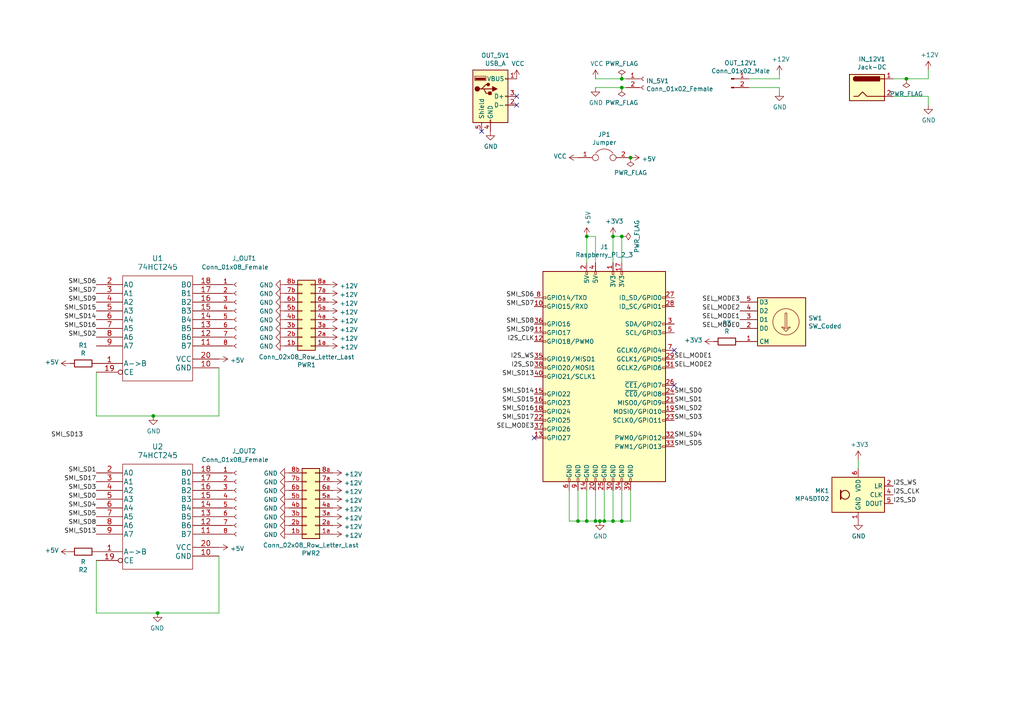
<source format=kicad_sch>
(kicad_sch (version 20231120) (generator "eeschema") (generator_version "8.0")
  (paper "A4")
  (title_block (title "LedBarsHat"))
  (lib_symbols
    (symbol "Connector:Jack-DC" (pin_names (offset 1.016))
      (property "Reference" "J" (at 0 5.334 0))
      (property "Value" "Jack-DC" (at 0 -5.08 0))
      (symbol "Jack-DC_0_1"
        (rectangle (start -5.08 3.81) (end 5.08 -3.81) (stroke (width 0.254)) (fill (type background)))
        (arc (start -3.302 3.175) (mid -3.9343 2.54) (end -3.302 1.905) (stroke (width 0.254)))
        (arc (start -3.302 3.175) (mid -3.9343 2.54) (end -3.302 1.905) (stroke (width 0.254)) (fill (type outline)))
        (polyline (pts (xy 5.08 2.54) (xy 3.81 2.54)) (stroke (width 0.254)))
        (polyline (pts (xy -3.81 -2.54) (xy -2.54 -2.54) (xy -1.27 -1.27) (xy 0 -2.54) (xy 2.54 -2.54) (xy 5.08 -2.54)) (stroke (width 0.254)))
        (rectangle (start 3.683 3.175) (end -3.302 1.905) (stroke (width 0.254)) (fill (type outline)))
      )
      (symbol "Jack-DC_1_1"
        (pin passive line (at 7.62 2.54 180) (length 2.54) (name "~") (number "1"))
        (pin passive line (at 7.62 -2.54 180) (length 2.54) (name "~") (number "2"))
      )
    )
    (symbol "Connector:USB_A" (pin_names (offset 1.016))
      (property "Reference" "J" (at -5.08 11.43 0))
      (property "Value" "USB_A" (at -5.08 8.89 0))
      (symbol "USB_A_0_1"
        (rectangle (start -5.08 -7.62) (end 5.08 7.62) (stroke (width 0.254)) (fill (type background)))
        (circle (center -3.81 2.159) (radius 0.635) (stroke (width 0.254)) (fill (type outline)))
        (rectangle (start -1.524 4.826) (end -4.318 5.334) (fill (type outline)))
        (rectangle (start -1.27 4.572) (end -4.572 5.842))
        (circle (center -0.635 3.429) (radius 0.381) (stroke (width 0.254)) (fill (type outline)))
        (rectangle (start -0.127 -7.62) (end 0.127 -6.858))
        (polyline (pts (xy -3.175 2.159) (xy -2.54 2.159) (xy -1.27 3.429) (xy -0.635 3.429)) (stroke (width 0.254)))
        (polyline (pts (xy -2.54 2.159) (xy -1.905 2.159) (xy -1.27 0.889) (xy 0 0.889)) (stroke (width 0.254)))
        (polyline (pts (xy 0.635 2.794) (xy 0.635 1.524) (xy 1.905 2.159) (xy 0.635 2.794)) (stroke (width 0.254)) (fill (type outline)))
        (rectangle (start 0.254 1.27) (end -0.508 0.508) (stroke (width 0.254)) (fill (type outline)))
        (rectangle (start 5.08 -2.667) (end 4.318 -2.413))
        (rectangle (start 5.08 -0.127) (end 4.318 0.127))
        (rectangle (start 5.08 4.953) (end 4.318 5.207))
      )
      (symbol "USB_A_1_1"
        (polyline (pts (xy -1.905 2.159) (xy 0.635 2.159)) (stroke (width 0.254)))
        (pin power_in line (at 7.62 5.08 180) (length 2.54) (name "VBUS") (number "1"))
        (pin bidirectional line (at 7.62 -2.54 180) (length 2.54) (name "D-") (number "2"))
        (pin bidirectional line (at 7.62 0 180) (length 2.54) (name "D+") (number "3"))
        (pin power_in line (at 0 -10.16 90) (length 2.54) (name "GND") (number "4"))
        (pin passive line (at -2.54 -10.16 90) (length 2.54) (name "Shield") (number "5"))
      )
    )
    (symbol "Connector_Generic:Conn_02x08_Row_Letter_Last" (pin_names (offset 1.016) hide)
      (property "Reference" "J" (at 1.27 10.16 0))
      (property "Value" "Conn_02x08_Row_Letter_Last" (at 1.27 -12.7 0))
      (symbol "Conn_02x08_Row_Letter_Last_1_1"
        (rectangle (start -1.27 -10.033) (end 0 -10.287) (stroke (width 0.1524)))
        (rectangle (start -1.27 -7.493) (end 0 -7.747) (stroke (width 0.1524)))
        (rectangle (start -1.27 -4.953) (end 0 -5.207) (stroke (width 0.1524)))
        (rectangle (start -1.27 -2.413) (end 0 -2.667) (stroke (width 0.1524)))
        (rectangle (start -1.27 0.127) (end 0 -0.127) (stroke (width 0.1524)))
        (rectangle (start -1.27 2.667) (end 0 2.413) (stroke (width 0.1524)))
        (rectangle (start -1.27 5.207) (end 0 4.953) (stroke (width 0.1524)))
        (rectangle (start -1.27 7.747) (end 0 7.493) (stroke (width 0.1524)))
        (rectangle (start -1.27 8.89) (end 3.81 -11.43) (stroke (width 0.254)) (fill (type background)))
        (rectangle (start 3.81 -10.033) (end 2.54 -10.287) (stroke (width 0.1524)))
        (rectangle (start 3.81 -7.493) (end 2.54 -7.747) (stroke (width 0.1524)))
        (rectangle (start 3.81 -4.953) (end 2.54 -5.207) (stroke (width 0.1524)))
        (rectangle (start 3.81 -2.413) (end 2.54 -2.667) (stroke (width 0.1524)))
        (rectangle (start 3.81 0.127) (end 2.54 -0.127) (stroke (width 0.1524)))
        (rectangle (start 3.81 2.667) (end 2.54 2.413) (stroke (width 0.1524)))
        (rectangle (start 3.81 5.207) (end 2.54 4.953) (stroke (width 0.1524)))
        (rectangle (start 3.81 7.747) (end 2.54 7.493) (stroke (width 0.1524)))
        (pin passive line (at -5.08 7.62 0) (length 3.81) (name "Pin_1a") (number "1a"))
        (pin passive line (at 7.62 7.62 180) (length 3.81) (name "Pin_1b") (number "1b"))
        (pin passive line (at -5.08 5.08 0) (length 3.81) (name "Pin_2a") (number "2a"))
        (pin passive line (at 7.62 5.08 180) (length 3.81) (name "Pin_2b") (number "2b"))
        (pin passive line (at -5.08 2.54 0) (length 3.81) (name "Pin_3a") (number "3a"))
        (pin passive line (at 7.62 2.54 180) (length 3.81) (name "Pin_3b") (number "3b"))
        (pin passive line (at -5.08 0 0) (length 3.81) (name "Pin_4a") (number "4a"))
        (pin passive line (at 7.62 0 180) (length 3.81) (name "Pin_4b") (number "4b"))
        (pin passive line (at -5.08 -2.54 0) (length 3.81) (name "Pin_5a") (number "5a"))
        (pin passive line (at 7.62 -2.54 180) (length 3.81) (name "Pin_5b") (number "5b"))
        (pin passive line (at -5.08 -5.08 0) (length 3.81) (name "Pin_6a") (number "6a"))
        (pin passive line (at 7.62 -5.08 180) (length 3.81) (name "Pin_6b") (number "6b"))
        (pin passive line (at -5.08 -7.62 0) (length 3.81) (name "Pin_7a") (number "7a"))
        (pin passive line (at 7.62 -7.62 180) (length 3.81) (name "Pin_7b") (number "7b"))
        (pin passive line (at -5.08 -10.16 0) (length 3.81) (name "Pin_8a") (number "8a"))
        (pin passive line (at 7.62 -10.16 180) (length 3.81) (name "Pin_8b") (number "8b"))
      )
    )
    (symbol "Device:R" (pin_numbers hide) (pin_names (offset 0))
      (property "Reference" "R" (at 2.032 0 90))
      (property "Value" "R" (at 0 0 90))
      (symbol "R_0_1"
        (rectangle (start -1.016 -2.54) (end 1.016 2.54) (stroke (width 0.254)))
      )
      (symbol "R_1_1"
        (pin passive line (at 0 3.81 270) (length 1.27) (name "~") (number "1"))
        (pin passive line (at 0 -3.81 90) (length 1.27) (name "~") (number "2"))
      )
    )
    (symbol "LedBarsHat-rescue:+12V-power" (power) (pin_names (offset 0))
      (property "Value" "power_+12V" (at 0 3.556 0))
      (symbol "+12V-power_0_1"
        (polyline (pts (xy -0.762 1.27) (xy 0 2.54)))
        (polyline (pts (xy 0 0) (xy 0 2.54)))
        (polyline (pts (xy 0 2.54) (xy 0.762 1.27)))
      )
      (symbol "+12V-power_1_1"
        (pin power_in line (at 0 0 90) (length 0) hide (name "+12V") (number "1"))
      )
    )
    (symbol "LedBarsHat-rescue:+3.3V-power" (power) (pin_names (offset 0))
      (property "Value" "power_+3.3V" (at 0 3.556 0))
      (symbol "+3.3V-power_0_1"
        (polyline (pts (xy -0.762 1.27) (xy 0 2.54)))
        (polyline (pts (xy 0 0) (xy 0 2.54)))
        (polyline (pts (xy 0 2.54) (xy 0.762 1.27)))
      )
      (symbol "+3.3V-power_1_1"
        (pin power_in line (at 0 0 90) (length 0) hide (name "+3V3") (number "1"))
      )
    )
    (symbol "LedBarsHat-rescue:+3V3-power" (power) (pin_names (offset 0))
      (property "Value" "power_+3V3" (at 0 3.556 0))
      (symbol "+3V3-power_0_1"
        (polyline (pts (xy -0.762 1.27) (xy 0 2.54)))
        (polyline (pts (xy 0 0) (xy 0 2.54)))
        (polyline (pts (xy 0 2.54) (xy 0.762 1.27)))
      )
      (symbol "+3V3-power_1_1"
        (pin power_in line (at 0 0 90) (length 0) hide (name "+3V3") (number "1"))
      )
    )
    (symbol "LedBarsHat-rescue:+5V-power" (power) (pin_names (offset 0))
      (property "Value" "power_+5V" (at 0 3.556 0))
      (symbol "+5V-power_0_1"
        (polyline (pts (xy -0.762 1.27) (xy 0 2.54)))
        (polyline (pts (xy 0 0) (xy 0 2.54)))
        (polyline (pts (xy 0 2.54) (xy 0.762 1.27)))
      )
      (symbol "+5V-power_1_1"
        (pin power_in line (at 0 0 90) (length 0) hide (name "+5V") (number "1"))
      )
    )
    (symbol "LedBarsHat-rescue:74HCT245-74hct245" (pin_names (offset 0.254))
      (property "Reference" "U" (at 0 12.7 0))
      (property "Value" "74HCT245-74hct245" (at 0 0 90))
      (symbol "74HCT245-74hct245_0_0"
        (pin power_in line (at 17.78 -11.43 180) (length 7.62) (name "GND") (number "10"))
        (pin power_in line (at 17.78 -8.89 180) (length 7.62) (name "VCC") (number "20"))
      )
      (symbol "74HCT245-74hct245_0_1"
        (rectangle (start -10.16 15.24) (end 10.16 -15.24))
      )
      (symbol "74HCT245-74hct245_1_1"
        (pin input line (at -17.78 -10.16 0) (length 7.62) (name "A->B") (number "1"))
        (pin tri_state line (at 17.78 -5.08 180) (length 7.62) (name "B7") (number "11"))
        (pin tri_state line (at 17.78 -2.54 180) (length 7.62) (name "B6") (number "12"))
        (pin tri_state line (at 17.78 0 180) (length 7.62) (name "B5") (number "13"))
        (pin tri_state line (at 17.78 2.54 180) (length 7.62) (name "B4") (number "14"))
        (pin tri_state line (at 17.78 5.08 180) (length 7.62) (name "B3") (number "15"))
        (pin tri_state line (at 17.78 7.62 180) (length 7.62) (name "B2") (number "16"))
        (pin tri_state line (at 17.78 10.16 180) (length 7.62) (name "B1") (number "17"))
        (pin tri_state line (at 17.78 12.7 180) (length 7.62) (name "B0") (number "18"))
        (pin input inverted (at -17.78 -12.7 0) (length 7.62) (name "CE") (number "19"))
        (pin tri_state line (at -17.78 12.7 0) (length 7.62) (name "A0") (number "2"))
        (pin tri_state line (at -17.78 10.16 0) (length 7.62) (name "A1") (number "3"))
        (pin tri_state line (at -17.78 7.62 0) (length 7.62) (name "A2") (number "4"))
        (pin tri_state line (at -17.78 5.08 0) (length 7.62) (name "A3") (number "5"))
        (pin tri_state line (at -17.78 2.54 0) (length 7.62) (name "A4") (number "6"))
        (pin tri_state line (at -17.78 0 0) (length 7.62) (name "A5") (number "7"))
        (pin tri_state line (at -17.78 -2.54 0) (length 7.62) (name "A6") (number "8"))
        (pin tri_state line (at -17.78 -5.08 0) (length 7.62) (name "A7") (number "9"))
      )
    )
    (symbol "LedBarsHat-rescue:Conn_01x02_Female-Connector" (pin_names (offset 1.016) hide)
      (property "Reference" "J" (at 0 2.54 0))
      (property "Value" "Connector_Conn_01x02_Female" (at 0 -5.08 0))
      (symbol "Conn_01x02_Female-Connector_1_1"
        (arc (start 0 -2.032) (mid -0.508 -2.54) (end 0 -3.048) (stroke (width 0.1524)))
        (polyline (pts (xy -1.27 -2.54) (xy -0.508 -2.54)) (stroke (width 0.1524)))
        (polyline (pts (xy -1.27 0) (xy -0.508 0)) (stroke (width 0.1524)))
        (arc (start 0 0.508) (mid -0.508 0) (end 0 -0.508) (stroke (width 0.1524)))
        (pin passive line (at -5.08 0 0) (length 3.81) (name "Pin_1") (number "1"))
        (pin passive line (at -5.08 -2.54 0) (length 3.81) (name "Pin_2") (number "2"))
      )
    )
    (symbol "LedBarsHat-rescue:Conn_01x02_Male-Connector" (pin_names (offset 1.016) hide)
      (property "Reference" "J" (at 0 2.54 0))
      (property "Value" "Connector_Conn_01x02_Male" (at 0 -5.08 0))
      (symbol "Conn_01x02_Male-Connector_1_1"
        (polyline (pts (xy 1.27 -2.54) (xy 0.8636 -2.54)) (stroke (width 0.1524)))
        (polyline (pts (xy 1.27 0) (xy 0.8636 0)) (stroke (width 0.1524)))
        (rectangle (start 0.8636 -2.413) (end 0 -2.667) (stroke (width 0.1524)) (fill (type outline)))
        (rectangle (start 0.8636 0.127) (end 0 -0.127) (stroke (width 0.1524)) (fill (type outline)))
        (pin passive line (at 5.08 0 180) (length 3.81) (name "Pin_1") (number "1"))
        (pin passive line (at 5.08 -2.54 180) (length 3.81) (name "Pin_2") (number "2"))
      )
    )
    (symbol "LedBarsHat-rescue:Conn_01x08_Female-Connector" (pin_names (offset 1.016) hide)
      (property "Reference" "J" (at 0 10.16 0))
      (property "Value" "Connector_Conn_01x08_Female" (at 0 -12.7 0))
      (symbol "Conn_01x08_Female-Connector_1_1"
        (arc (start 0 -9.652) (mid -0.508 -10.16) (end 0 -10.668) (stroke (width 0.1524)))
        (arc (start 0 -7.112) (mid -0.508 -7.62) (end 0 -8.128) (stroke (width 0.1524)))
        (arc (start 0 -4.572) (mid -0.508 -5.08) (end 0 -5.588) (stroke (width 0.1524)))
        (arc (start 0 -2.032) (mid -0.508 -2.54) (end 0 -3.048) (stroke (width 0.1524)))
        (polyline (pts (xy -1.27 -10.16) (xy -0.508 -10.16)) (stroke (width 0.1524)))
        (polyline (pts (xy -1.27 -7.62) (xy -0.508 -7.62)) (stroke (width 0.1524)))
        (polyline (pts (xy -1.27 -5.08) (xy -0.508 -5.08)) (stroke (width 0.1524)))
        (polyline (pts (xy -1.27 -2.54) (xy -0.508 -2.54)) (stroke (width 0.1524)))
        (polyline (pts (xy -1.27 0) (xy -0.508 0)) (stroke (width 0.1524)))
        (polyline (pts (xy -1.27 2.54) (xy -0.508 2.54)) (stroke (width 0.1524)))
        (polyline (pts (xy -1.27 5.08) (xy -0.508 5.08)) (stroke (width 0.1524)))
        (polyline (pts (xy -1.27 7.62) (xy -0.508 7.62)) (stroke (width 0.1524)))
        (arc (start 0 0.508) (mid -0.508 0) (end 0 -0.508) (stroke (width 0.1524)))
        (arc (start 0 3.048) (mid -0.508 2.54) (end 0 2.032) (stroke (width 0.1524)))
        (arc (start 0 5.588) (mid -0.508 5.08) (end 0 4.572) (stroke (width 0.1524)))
        (arc (start 0 8.128) (mid -0.508 7.62) (end 0 7.112) (stroke (width 0.1524)))
        (pin passive line (at -5.08 7.62 0) (length 3.81) (name "Pin_1") (number "1"))
        (pin passive line (at -5.08 5.08 0) (length 3.81) (name "Pin_2") (number "2"))
        (pin passive line (at -5.08 2.54 0) (length 3.81) (name "Pin_3") (number "3"))
        (pin passive line (at -5.08 0 0) (length 3.81) (name "Pin_4") (number "4"))
        (pin passive line (at -5.08 -2.54 0) (length 3.81) (name "Pin_5") (number "5"))
        (pin passive line (at -5.08 -5.08 0) (length 3.81) (name "Pin_6") (number "6"))
        (pin passive line (at -5.08 -7.62 0) (length 3.81) (name "Pin_7") (number "7"))
        (pin passive line (at -5.08 -10.16 0) (length 3.81) (name "Pin_8") (number "8"))
      )
    )
    (symbol "LedBarsHat-rescue:GND-power" (power) (pin_names (offset 0))
      (property "Value" "power_GND" (at 0 -3.81 0))
      (symbol "GND-power_0_1"
        (polyline (pts (xy 0 0) (xy 0 -1.27) (xy 1.27 -1.27) (xy 0 -2.54) (xy -1.27 -1.27) (xy 0 -1.27)))
      )
      (symbol "GND-power_1_1"
        (pin power_in line (at 0 0 270) (length 0) hide (name "GND") (number "1"))
      )
    )
    (symbol "LedBarsHat-rescue:Jumper-Device" (pin_names (offset 0.762) hide)
      (property "Reference" "JP" (at 0 3.81 0))
      (property "Value" "Device_Jumper" (at 0 -2.032 0))
      (symbol "Jumper-Device_0_1"
        (circle (center -2.54 0) (radius 0.889))
        (arc (start 2.5146 1.27) (mid 0.0078 2.5097) (end -2.4892 1.27))
        (circle (center 2.54 0) (radius 0.889))
        (pin passive line (at -7.62 0 0) (length 4.191) (name "1") (number "1"))
        (pin passive line (at 7.62 0 180) (length 4.191) (name "2") (number "2"))
      )
    )
    (symbol "LedBarsHat-rescue:PWR_FLAG-power" (power) (pin_numbers hide) (pin_names (offset 0) hide)
      (property "Value" "power_PWR_FLAG" (at 0 3.81 0))
      (symbol "PWR_FLAG-power_0_0"
        (pin power_out line (at 0 0 90) (length 0) (name "pwr") (number "1"))
      )
      (symbol "PWR_FLAG-power_0_1"
        (polyline (pts (xy 0 0) (xy 0 1.27) (xy -1.016 1.905) (xy 0 2.54) (xy 1.016 1.905) (xy 0 1.27)))
      )
    )
    (symbol "LedBarsHat-rescue:Raspberry_Pi_2_3-Connector" (pin_names (offset 1.016))
      (property "Reference" "J" (at -17.78 31.75 0))
      (property "Value" "Connector_Raspberry_Pi_2_3" (at 10.16 -31.75 0))
      (symbol "Raspberry_Pi_2_3-Connector_0_1"
        (rectangle (start -17.78 30.48) (end 17.78 -30.48) (stroke (width 0.254)) (fill (type background)))
      )
      (symbol "Raspberry_Pi_2_3-Connector_1_1"
        (rectangle (start -16.891 -17.526) (end -17.78 -18.034))
        (rectangle (start -16.891 -14.986) (end -17.78 -15.494))
        (rectangle (start -16.891 -12.446) (end -17.78 -12.954))
        (rectangle (start -16.891 -9.906) (end -17.78 -10.414))
        (rectangle (start -16.891 -7.366) (end -17.78 -7.874))
        (rectangle (start -16.891 -4.826) (end -17.78 -5.334))
        (rectangle (start -16.891 0.254) (end -17.78 -0.254))
        (rectangle (start -16.891 2.794) (end -17.78 2.286))
        (rectangle (start -16.891 5.334) (end -17.78 4.826))
        (rectangle (start -16.891 10.414) (end -17.78 9.906))
        (rectangle (start -16.891 12.954) (end -17.78 12.446))
        (rectangle (start -16.891 15.494) (end -17.78 14.986))
        (rectangle (start -16.891 20.574) (end -17.78 20.066))
        (rectangle (start -16.891 23.114) (end -17.78 22.606))
        (rectangle (start -10.414 -29.591) (end -9.906 -30.48))
        (rectangle (start -7.874 -29.591) (end -7.366 -30.48))
        (rectangle (start -5.334 -29.591) (end -4.826 -30.48))
        (rectangle (start -5.334 30.48) (end -4.826 29.591))
        (rectangle (start -2.794 -29.591) (end -2.286 -30.48))
        (rectangle (start -2.794 30.48) (end -2.286 29.591))
        (rectangle (start -0.254 -29.591) (end 0.254 -30.48))
        (rectangle (start 2.286 -29.591) (end 2.794 -30.48))
        (rectangle (start 2.286 30.48) (end 2.794 29.591))
        (rectangle (start 4.826 -29.591) (end 5.334 -30.48))
        (rectangle (start 4.826 30.48) (end 5.334 29.591))
        (rectangle (start 7.366 -29.591) (end 7.874 -30.48))
        (rectangle (start 17.78 -20.066) (end 16.891 -20.574))
        (rectangle (start 17.78 -17.526) (end 16.891 -18.034))
        (rectangle (start 17.78 -12.446) (end 16.891 -12.954))
        (rectangle (start 17.78 -9.906) (end 16.891 -10.414))
        (rectangle (start 17.78 -7.366) (end 16.891 -7.874))
        (rectangle (start 17.78 -4.826) (end 16.891 -5.334))
        (rectangle (start 17.78 -2.286) (end 16.891 -2.794))
        (rectangle (start 17.78 2.794) (end 16.891 2.286))
        (rectangle (start 17.78 5.334) (end 16.891 4.826))
        (rectangle (start 17.78 7.874) (end 16.891 7.366))
        (rectangle (start 17.78 12.954) (end 16.891 12.446))
        (rectangle (start 17.78 15.494) (end 16.891 14.986))
        (rectangle (start 17.78 20.574) (end 16.891 20.066))
        (rectangle (start 17.78 23.114) (end 16.891 22.606))
        (pin power_in line (at 2.54 33.02 270) (length 2.54) (name "3V3") (number "1"))
        (pin bidirectional line (at -20.32 20.32 0) (length 2.54) (name "GPIO15/RXD") (number "10"))
        (pin bidirectional line (at -20.32 12.7 0) (length 2.54) (name "GPIO17") (number "11"))
        (pin bidirectional line (at -20.32 10.16 0) (length 2.54) (name "GPIO18/PWM0") (number "12"))
        (pin bidirectional line (at -20.32 -17.78 0) (length 2.54) (name "GPIO27") (number "13"))
        (pin power_in line (at -5.08 -33.02 90) (length 2.54) (name "GND") (number "14"))
        (pin bidirectional line (at -20.32 -5.08 0) (length 2.54) (name "GPIO22") (number "15"))
        (pin bidirectional line (at -20.32 -7.62 0) (length 2.54) (name "GPIO23") (number "16"))
        (pin power_in line (at 5.08 33.02 270) (length 2.54) (name "3V3") (number "17"))
        (pin bidirectional line (at -20.32 -10.16 0) (length 2.54) (name "GPIO24") (number "18"))
        (pin bidirectional line (at 20.32 -10.16 180) (length 2.54) (name "MOSI0/GPIO10") (number "19"))
        (pin power_in line (at -5.08 33.02 270) (length 2.54) (name "5V") (number "2"))
        (pin power_in line (at -2.54 -33.02 90) (length 2.54) (name "GND") (number "20"))
        (pin bidirectional line (at 20.32 -7.62 180) (length 2.54) (name "MISO0/GPIO9") (number "21"))
        (pin bidirectional line (at -20.32 -12.7 0) (length 2.54) (name "GPIO25") (number "22"))
        (pin bidirectional line (at 20.32 -12.7 180) (length 2.54) (name "SCLK0/GPIO11") (number "23"))
        (pin bidirectional line (at 20.32 -5.08 180) (length 2.54) (name "~{CE0}/GPIO8") (number "24"))
        (pin power_in line (at 0 -33.02 90) (length 2.54) (name "GND") (number "25"))
        (pin bidirectional line (at 20.32 -2.54 180) (length 2.54) (name "~{CE1}/GPIO7") (number "26"))
        (pin bidirectional line (at 20.32 22.86 180) (length 2.54) (name "ID_SD/GPIO0") (number "27"))
        (pin bidirectional line (at 20.32 20.32 180) (length 2.54) (name "ID_SC/GPIO1") (number "28"))
        (pin bidirectional line (at 20.32 5.08 180) (length 2.54) (name "GCLK1/GPIO5") (number "29"))
        (pin bidirectional line (at 20.32 15.24 180) (length 2.54) (name "SDA/GPIO2") (number "3"))
        (pin power_in line (at 2.54 -33.02 90) (length 2.54) (name "GND") (number "30"))
        (pin bidirectional line (at 20.32 2.54 180) (length 2.54) (name "GCLK2/GPIO6") (number "31"))
        (pin bidirectional line (at 20.32 -17.78 180) (length 2.54) (name "PWM0/GPIO12") (number "32"))
        (pin bidirectional line (at 20.32 -20.32 180) (length 2.54) (name "PWM1/GPIO13") (number "33"))
        (pin power_in line (at 5.08 -33.02 90) (length 2.54) (name "GND") (number "34"))
        (pin bidirectional line (at -20.32 5.08 0) (length 2.54) (name "GPIO19/MISO1") (number "35"))
        (pin bidirectional line (at -20.32 15.24 0) (length 2.54) (name "GPIO16") (number "36"))
        (pin bidirectional line (at -20.32 -15.24 0) (length 2.54) (name "GPIO26") (number "37"))
        (pin bidirectional line (at -20.32 2.54 0) (length 2.54) (name "GPIO20/MOSI1") (number "38"))
        (pin power_in line (at 7.62 -33.02 90) (length 2.54) (name "GND") (number "39"))
        (pin power_in line (at -2.54 33.02 270) (length 2.54) (name "5V") (number "4"))
        (pin bidirectional line (at -20.32 0 0) (length 2.54) (name "GPIO21/SCLK1") (number "40"))
        (pin bidirectional line (at 20.32 12.7 180) (length 2.54) (name "SCL/GPIO3") (number "5"))
        (pin power_in line (at -10.16 -33.02 90) (length 2.54) (name "GND") (number "6"))
        (pin bidirectional line (at 20.32 7.62 180) (length 2.54) (name "GCLK0/GPIO4") (number "7"))
        (pin bidirectional line (at -20.32 22.86 0) (length 2.54) (name "GPIO14/TXD") (number "8"))
        (pin power_in line (at -7.62 -33.02 90) (length 2.54) (name "GND") (number "9"))
      )
    )
    (symbol "LedBarsHat-rescue:SW_Coded-Switch"
      (property "Reference" "SW" (at -6.35 8.89 0))
      (property "Value" "Switch_SW_Coded" (at -6.35 -7.62 0))
      (symbol "SW_Coded-Switch_0_1"
        (circle (center -0.635 0.635) (radius 3.81))
        (polyline (pts (xy -0.889 -1.905) (xy -0.889 2.667) (xy -1.397 2.159) (xy -1.905 2.159) (xy -0.635 3.429) (xy 0.635 2.159) (xy 0.127 2.159) (xy -0.381 2.667) (xy -0.381 -1.905) (xy -0.889 -1.905) (xy -0.889 -1.905)))
        (rectangle (start 7.62 7.62) (end -6.35 -6.35) (stroke (width 0.254)) (fill (type background)))
      )
      (symbol "SW_Coded-Switch_1_1"
        (pin passive line (at 12.7 6.35 180) (length 5.08) (name "CM") (number "1"))
        (pin passive line (at 12.7 2.54 180) (length 5.08) (name "D0") (number "2"))
        (pin passive line (at 12.7 0 180) (length 5.08) (name "D1") (number "3"))
        (pin passive line (at 12.7 -2.54 180) (length 5.08) (name "D2") (number "4"))
        (pin passive line (at 12.7 -5.08 180) (length 5.08) (name "D3") (number "5"))
      )
    )
    (symbol "LedBarsHat-rescue:VCC-power" (power) (pin_names (offset 0))
      (property "Value" "power_VCC" (at 0 3.81 0))
      (symbol "VCC-power_0_1"
        (polyline (pts (xy -0.762 1.27) (xy 0 2.54)))
        (polyline (pts (xy 0 0) (xy 0 2.54)))
        (polyline (pts (xy 0 2.54) (xy 0.762 1.27)))
      )
      (symbol "VCC-power_1_1"
        (pin power_in line (at 0 0 90) (length 0) hide (name "VCC") (number "1"))
      )
    )
    (symbol "Sensor_Audio:MP45DT02"
      (property "Reference" "MK" (at -7.62 6.35 0))
      (property "Value" "MP45DT02" (at 1.27 -6.35 0))
      (symbol "MP45DT02_0_1"
        (rectangle (start -7.62 5.08) (end 7.62 -5.08) (stroke (width 0.254)) (fill (type background)))
        (circle (center -3.81 0) (radius 1.27) (stroke (width 0.254)))
        (polyline (pts (xy -5.08 1.27) (xy -5.08 -1.27)) (stroke (width 0.381)))
      )
      (symbol "MP45DT02_1_1"
        (pin power_in line (at 0 -7.62 90) (length 2.54) (name "GND") (number "1"))
        (pin input line (at 10.16 2.54 180) (length 2.54) (name "LR") (number "2"))
        (pin passive line (at 0 -7.62 90) (length 2.54) hide (name "GND") (number "3"))
        (pin input line (at 10.16 0 180) (length 2.54) (name "CLK") (number "4"))
        (pin output line (at 10.16 -2.54 180) (length 2.54) (name "DOUT") (number "5"))
        (pin power_in line (at 0 7.62 270) (length 2.54) (name "VDD") (number "6"))
      )
    )
  )
  (junction (at 180.34 151.13))
  (junction (at 173.99 151.13))
  (junction (at 177.8 68.58))
  (junction (at 180.34 22.86))
  (junction (at 180.34 25.4))
  (junction (at 262.89 22.86))
  (junction (at 175.26 151.13))
  (junction (at 182.88 45.72))
  (junction (at 170.18 68.58))
  (junction (at 167.64 151.13))
  (junction (at 45.72 177.8))
  (junction (at 44.45 120.65))
  (junction (at 172.72 151.13))
  (junction (at 180.34 68.58))
  (junction (at 170.18 151.13))
  (junction (at 177.8 151.13))
  (no_connect (at 149.86 30.48))
  (no_connect (at 195.58 101.6))
  (no_connect (at 154.94 127))
  (no_connect (at 149.86 27.94))
  (no_connect (at 139.7 38.1))
  (no_connect (at 195.58 111.76))
  (wire (pts (xy 27.94 177.8) (xy 45.72 177.8)))
  (wire (pts (xy 63.5 161.29) (xy 63.5 177.8)))
  (wire (pts (xy 165.1 142.24) (xy 165.1 151.13)))
  (wire (pts (xy 177.8 68.58) (xy 180.34 68.58)))
  (wire (pts (xy 63.5 120.65) (xy 44.45 120.65)))
  (wire (pts (xy 248.92 133.35) (xy 248.92 135.89)))
  (wire (pts (xy 177.8 76.2) (xy 177.8 68.58)))
  (wire (pts (xy 182.88 151.13) (xy 180.34 151.13)))
  (wire (pts (xy 180.34 22.86) (xy 172.72 22.86)))
  (wire (pts (xy 180.34 142.24) (xy 180.34 151.13)))
  (wire (pts (xy 181.61 25.4) (xy 180.34 25.4)))
  (wire (pts (xy 170.18 68.58) (xy 170.18 76.2)))
  (wire (pts (xy 182.88 142.24) (xy 182.88 151.13)))
  (wire (pts (xy 167.64 142.24) (xy 167.64 151.13)))
  (wire (pts (xy 172.72 151.13) (xy 173.99 151.13)))
  (wire (pts (xy 180.34 76.2) (xy 180.34 68.58)))
  (wire (pts (xy 226.06 25.4) (xy 226.06 26.67)))
  (wire (pts (xy 172.72 25.4) (xy 180.34 25.4)))
  (wire (pts (xy 226.06 21.59) (xy 226.06 22.86)))
  (wire (pts (xy 217.17 25.4) (xy 226.06 25.4)))
  (wire (pts (xy 269.24 27.94) (xy 269.24 30.48)))
  (wire (pts (xy 269.24 20.32) (xy 269.24 22.86)))
  (wire (pts (xy 259.08 27.94) (xy 269.24 27.94)))
  (wire (pts (xy 177.8 142.24) (xy 177.8 151.13)))
  (wire (pts (xy 172.72 142.24) (xy 172.72 151.13)))
  (wire (pts (xy 177.8 151.13) (xy 175.26 151.13)))
  (wire (pts (xy 172.72 68.58) (xy 170.18 68.58)))
  (wire (pts (xy 226.06 22.86) (xy 217.17 22.86)))
  (wire (pts (xy 170.18 151.13) (xy 172.72 151.13)))
  (wire (pts (xy 63.5 177.8) (xy 45.72 177.8)))
  (wire (pts (xy 262.89 22.86) (xy 269.24 22.86)))
  (wire (pts (xy 175.26 142.24) (xy 175.26 151.13)))
  (wire (pts (xy 167.64 151.13) (xy 170.18 151.13)))
  (wire (pts (xy 27.94 107.95) (xy 27.94 120.65)))
  (wire (pts (xy 181.61 22.86) (xy 180.34 22.86)))
  (wire (pts (xy 27.94 120.65) (xy 44.45 120.65)))
  (wire (pts (xy 262.89 22.86) (xy 259.08 22.86)))
  (wire (pts (xy 165.1 151.13) (xy 167.64 151.13)))
  (wire (pts (xy 172.72 76.2) (xy 172.72 68.58)))
  (wire (pts (xy 180.34 151.13) (xy 177.8 151.13)))
  (wire (pts (xy 63.5 106.68) (xy 63.5 120.65)))
  (wire (pts (xy 175.26 151.13) (xy 173.99 151.13)))
  (wire (pts (xy 170.18 142.24) (xy 170.18 151.13)))
  (wire (pts (xy 27.94 162.56) (xy 27.94 177.8)))
  (label "SMI_SD8" (at 154.94 93.98 180))
  (label "SMI_SD14" (at 154.94 114.3 180))
  (label "SMI_SD2" (at 195.58 119.38 0))
  (label "SMI_SD13" (at 27.94 154.94 180))
  (label "SMI_SD4" (at 27.94 147.32 180))
  (label "SEL_MODE3" (at 214.63 87.63 180))
  (label "SMI_SD3" (at 27.94 142.24 180))
  (label "SEL_MODE2" (at 195.58 106.68 0))
  (label "SMI_SD0" (at 27.94 144.78 180))
  (label "SMI_SD13" (at 154.94 109.22 180))
  (label "SMI_SD0" (at 195.58 114.3 0))
  (label "SMI_SD5" (at 195.58 129.54 0))
  (label "SMI_SD16" (at 154.94 119.38 180))
  (label "I2S_WS" (at 154.94 104.14 180))
  (label "SMI_SD7" (at 27.94 85.09 180))
  (label "SMI_SD1" (at 195.58 116.84 0))
  (label "I2S_SD" (at 259.08 146.05 0))
  (label "SMI_SD9" (at 27.94 87.63 180))
  (label "SMI_SD13" (at 24.13 127 180))
  (label "SMI_SD9" (at 154.94 96.52 180))
  (label "SMI_SD14" (at 27.94 92.71 180))
  (label "SMI_SD2" (at 27.94 97.79 180))
  (label "SMI_SD17" (at 27.94 139.7 180))
  (label "SMI_SD15" (at 154.94 116.84 180))
  (label "SMI_SD16" (at 27.94 95.25 180))
  (label "SMI_SD6" (at 154.94 86.36 180))
  (label "SMI_SD4" (at 195.58 127 0))
  (label "I2S_CLK" (at 259.08 143.51 0))
  (label "SMI_SD8" (at 27.94 152.4 180))
  (label "SMI_SD15" (at 27.94 90.17 180))
  (label "SMI_SD1" (at 27.94 137.16 180))
  (label "I2S_CLK" (at 154.94 99.06 180))
  (label "SMI_SD5" (at 27.94 149.86 180))
  (label "SMI_SD17" (at 154.94 121.92 180))
  (label "SMI_SD3" (at 195.58 121.92 0))
  (label "SEL_MODE1" (at 214.63 92.71 180))
  (label "SMI_SD7" (at 154.94 88.9 180))
  (label "SEL_MODE0" (at 214.63 95.25 180))
  (label "SEL_MODE3" (at 154.94 124.46 180))
  (label "I2S_SD" (at 154.94 106.68 180))
  (label "SEL_MODE1" (at 195.58 104.14 0))
  (label "SEL_MODE2" (at 214.63 90.17 180))
  (label "SMI_SD6" (at 27.94 82.55 180))
  (label "I2S_WS" (at 259.08 140.97 0))
  (symbol (lib_id "LedBarsHat-rescue:Raspberry_Pi_2_3-Connector") (at 175.26 109.22 0) (unit 1)
    (property "Reference" "J1" (at 175.26 71.6026 0))
    (property "Value" "Raspberry_Pi_2_3" (at 175.26 73.914 0))
    (property "Footprint" "Connector_PinSocket_2.54mm:PinSocket_2x20_P2.54mm_Vertical" (effects (hide yes)))
    (property "Datasheet" "https://www.raspberrypi.org/documentation/hardware/raspberrypi/schematics/rpi_SCH_3bplus_1p0_reduced.pdf" (effects (hide yes)))
  )
  (symbol (lib_id "LedBarsHat-rescue:74HCT245-74hct245") (at 45.72 149.86 0) (unit 1)
    (property "Reference" "U2" (at 45.72 129.54 0) (effects (font (size 1.524 1.524))))
    (property "Value" "74HCT245" (at 45.72 132.08 0) (effects (font (size 1.524 1.524))))
    (property "Footprint" "Package_SO:SO-20-1EP_7.52x12.825mm_P1.27mm_EP6.045x12.09mm_Mask3.56x4.47mm" (effects (hide yes)))
  )
  (symbol (lib_id "LedBarsHat-rescue:74HCT245-74hct245") (at 45.72 95.25 0) (unit 1)
    (property "Reference" "U1" (at 45.72 74.93 0) (effects (font (size 1.524 1.524))))
    (property "Value" "74HCT245" (at 45.72 77.47 0) (effects (font (size 1.524 1.524))))
    (property "Footprint" "Package_SO:SO-20-1EP_7.52x12.825mm_P1.27mm_EP6.045x12.09mm_Mask3.56x4.47mm" (effects (hide yes)))
  )
  (symbol (lib_id "LedBarsHat-rescue:GND-power") (at 269.24 30.48 0) (unit 1)
    (property "Reference" "#PWR0101" (effects (hide yes)))
    (property "Value" "GND" (at 269.367 34.8742 0))
  )
  (symbol (lib_id "Connector:USB_A") (at 142.24 27.94 0) (unit 1)
    (property "Reference" "OUT_5V1" (at 143.6878 16.0782 0))
    (property "Value" "USB_A" (at 143.6878 18.3896 0))
    (property "Footprint" "Connector_USB:USB_A_CONNFLY_DS1095-WNR0" (effects (hide yes)))
  )
  (symbol (lib_id "Connector:Jack-DC") (at 251.46 25.4 0) (unit 1)
    (property "Reference" "IN_12V1" (at 252.9078 17.145 0))
    (property "Value" "Jack-DC" (at 252.9078 19.4564 0))
    (property "Footprint" "Connector_BarrelJack:BarrelJack_Wuerth_6941xx301002" (effects (hide yes)))
  )
  (symbol (lib_id "LedBarsHat-rescue:+12V-power") (at 269.24 20.32 0) (unit 1)
    (property "Reference" "#PWR0102" (effects (hide yes)))
    (property "Value" "+12V" (at 269.621 15.9258 0))
  )
  (symbol (lib_id "LedBarsHat-rescue:Conn_01x02_Male-Connector") (at 212.09 22.86 0) (unit 1)
    (property "Reference" "OUT_12V1" (at 214.8332 18.2626 0))
    (property "Value" "Conn_01x02_Male" (at 214.8332 20.574 0))
    (property "Footprint" "Connector_PinHeader_2.54mm:PinHeader_1x02_P2.54mm_Vertical" (effects (hide yes)))
  )
  (symbol (lib_id "LedBarsHat-rescue:Conn_01x02_Female-Connector") (at 186.69 22.86 0) (unit 1)
    (property "Reference" "IN_5V1" (at 187.4012 23.4696 0) (effects (justify left)))
    (property "Value" "Conn_01x02_Female" (at 187.4012 25.781 0) (effects (justify left)))
    (property "Footprint" "Connector_PinSocket_2.54mm:PinSocket_1x02_P2.54mm_Vertical" (effects (hide yes)))
  )
  (symbol (lib_id "LedBarsHat-rescue:GND-power") (at 226.06 26.67 0) (unit 1)
    (property "Reference" "#PWR0103" (effects (hide yes)))
    (property "Value" "GND" (at 226.187 31.0642 0))
  )
  (symbol (lib_id "LedBarsHat-rescue:GND-power") (at 172.72 25.4 0) (unit 1)
    (property "Reference" "#PWR0108" (effects (hide yes)))
    (property "Value" "GND" (at 172.847 29.7942 0))
  )
  (symbol (lib_id "LedBarsHat-rescue:GND-power") (at 45.72 177.8 0) (mirror y) (unit 1)
    (property "Reference" "#PWR0104" (effects (hide yes)))
    (property "Value" "GND" (at 45.593 182.1942 0))
  )
  (symbol (lib_id "LedBarsHat-rescue:GND-power") (at 44.45 120.65 0) (unit 1)
    (property "Reference" "#PWR0105" (effects (hide yes)))
    (property "Value" "GND" (at 44.577 125.0442 0))
  )
  (symbol (lib_id "Device:R") (at 24.13 160.02 90) (unit 1)
    (property "Reference" "R2" (at 24.13 165.2778 90))
    (property "Value" "R" (at 24.13 162.9664 90))
    (property "Footprint" "Resistor_THT:R_Axial_DIN0204_L3.6mm_D1.6mm_P7.62mm_Horizontal" (effects (hide yes)))
  )
  (symbol (lib_id "Device:R") (at 24.13 105.41 270) (unit 1)
    (property "Reference" "R1" (at 24.13 100.1522 90))
    (property "Value" "R" (at 24.13 102.4636 90))
    (property "Footprint" "Resistor_THT:R_Axial_DIN0204_L3.6mm_D1.6mm_P7.62mm_Horizontal" (effects (hide yes)))
  )
  (symbol (lib_id "LedBarsHat-rescue:GND-power") (at 142.24 38.1 0) (unit 1)
    (property "Reference" "#PWR0106" (effects (hide yes)))
    (property "Value" "GND" (at 142.367 42.4942 0))
  )
  (symbol (lib_id "LedBarsHat-rescue:GND-power") (at 173.99 151.13 0) (unit 1)
    (property "Reference" "#PWR0107" (effects (hide yes)))
    (property "Value" "GND" (at 174.117 155.5242 0))
  )
  (symbol (lib_id "LedBarsHat-rescue:PWR_FLAG-power") (at 180.34 22.86 0) (unit 1)
    (property "Reference" "#FLG0101" (effects (hide yes)))
    (property "Value" "PWR_FLAG" (at 180.34 18.4658 0))
  )
  (symbol (lib_id "LedBarsHat-rescue:PWR_FLAG-power") (at 180.34 25.4 180) (unit 1)
    (property "Reference" "#FLG0102" (effects (hide yes)))
    (property "Value" "PWR_FLAG" (at 180.34 29.7942 0))
  )
  (symbol (lib_id "LedBarsHat-rescue:VCC-power") (at 172.72 22.86 0) (unit 1)
    (property "Reference" "#PWR0109" (effects (hide yes)))
    (property "Value" "VCC" (at 173.101 18.4658 0))
  )
  (symbol (lib_id "LedBarsHat-rescue:SW_Coded-Switch") (at 227.33 92.71 180) (unit 1)
    (property "Reference" "SW1" (at 234.442 92.2782 0) (effects (justify right)))
    (property "Value" "SW_Coded" (at 234.442 94.5896 0) (effects (justify right)))
    (property "Footprint" "Connector_PinSocket_2.54mm:PinSocket_1x05_P2.54mm_Vertical" (effects (hide yes)))
  )
  (symbol (lib_id "LedBarsHat-rescue:PWR_FLAG-power") (at 262.89 22.86 180) (unit 1)
    (property "Reference" "#FLG0103" (effects (hide yes)))
    (property "Value" "PWR_FLAG" (at 262.89 27.2542 0))
  )
  (symbol (lib_id "LedBarsHat-rescue:+3V3-power") (at 207.01 99.06 90) (unit 1)
    (property "Reference" "#PWR0154" (effects (hide yes)))
    (property "Value" "+3V3" (at 203.7588 98.679 90) (effects (justify left)))
  )
  (symbol (lib_id "Sensor_Audio:MP45DT02") (at 248.92 143.51 0) (unit 1)
    (property "Reference" "MK1" (at 240.538 142.3416 0) (effects (justify right)))
    (property "Value" "MP45DT02" (at 240.538 144.653 0) (effects (justify right)))
    (property "Footprint" "LedBarsHat:I2S_MEMS_Microphone" (effects (hide yes)))
    (property "Datasheet" "http://www.st.com/st-web-ui/static/active/en/resource/technical/document/datasheet/DM00025467.pdf" (effects (hide yes)))
  )
  (symbol (lib_id "Device:R") (at 210.82 99.06 270) (unit 1)
    (property "Reference" "R3" (at 210.82 93.8022 90))
    (property "Value" "R" (at 210.82 96.1136 90))
    (property "Footprint" "Resistor_THT:R_Axial_DIN0204_L3.6mm_D1.6mm_P7.62mm_Horizontal" (effects (hide yes)))
  )
  (symbol (lib_id "LedBarsHat-rescue:+3.3V-power") (at 177.8 68.58 0) (unit 1)
    (property "Reference" "#PWR0111" (effects (hide yes)))
    (property "Value" "+3V3" (at 178.181 64.1858 0))
  )
  (symbol (lib_id "LedBarsHat-rescue:GND-power") (at 248.92 151.13 0) (unit 1)
    (property "Reference" "#PWR0115" (effects (hide yes)))
    (property "Value" "GND" (at 249.047 155.5242 0))
  )
  (symbol (lib_id "LedBarsHat-rescue:+3.3V-power") (at 248.92 133.35 0) (unit 1)
    (property "Reference" "#PWR0113" (effects (hide yes)))
    (property "Value" "+3V3" (at 249.301 128.9558 0))
  )
  (symbol (lib_id "LedBarsHat-rescue:+12V-power") (at 226.06 21.59 0) (unit 1)
    (property "Reference" "#PWR0117" (effects (hide yes)))
    (property "Value" "+12V" (at 226.441 17.1958 0))
  )
  (symbol (lib_id "LedBarsHat-rescue:VCC-power") (at 149.86 22.86 0) (unit 1)
    (property "Reference" "#PWR0116" (effects (hide yes)))
    (property "Value" "VCC" (at 150.241 18.4658 0))
  )
  (symbol (lib_id "LedBarsHat-rescue:PWR_FLAG-power") (at 180.34 68.58 270) (unit 1)
    (property "Reference" "#FLG0104" (effects (hide yes)))
    (property "Value" "PWR_FLAG" (at 184.7342 68.58 0))
  )
  (symbol (lib_id "LedBarsHat-rescue:Conn_01x08_Female-Connector") (at 68.58 90.17 0) (unit 1)
    (property "Reference" "J_OUT1" (at 67.31 74.93 0) (effects (justify left)))
    (property "Value" "Conn_01x08_Female" (at 58.42 77.47 0) (effects (justify left)))
    (property "Footprint" "LedBarsHat:Led_Signal_Bus" (effects (hide yes)))
  )
  (symbol (lib_id "LedBarsHat-rescue:Conn_01x08_Female-Connector") (at 68.58 144.78 0) (unit 1)
    (property "Reference" "J_OUT2" (at 67.31 130.81 0) (effects (justify left)))
    (property "Value" "Conn_01x08_Female" (at 58.42 133.35 0) (effects (justify left)))
    (property "Footprint" "LedBarsHat:Led_Signal_Bus" (effects (hide yes)))
  )
  (symbol (lib_id "Connector_Generic:Conn_02x08_Row_Letter_Last") (at 91.44 147.32 180) (unit 1)
    (property "Reference" "PWR2" (at 90.17 160.4518 0))
    (property "Value" "Conn_02x08_Row_Letter_Last" (at 90.17 158.1404 0))
    (property "Footprint" "LedBarsHat:Led_Power_Bus" (effects (hide yes)))
  )
  (symbol (lib_id "Connector_Generic:Conn_02x08_Row_Letter_Last") (at 90.17 92.71 180) (unit 1)
    (property "Reference" "PWR1" (at 88.9 105.8418 0))
    (property "Value" "Conn_02x08_Row_Letter_Last" (at 88.9 103.5304 0))
    (property "Footprint" "LedBarsHat:Led_Power_Bus" (effects (hide yes)))
  )
  (symbol (lib_id "LedBarsHat-rescue:+12V-power") (at 96.52 154.94 270) (unit 1)
    (property "Reference" "#PWR0120" (effects (hide yes)))
    (property "Value" "+12V" (at 99.7712 155.321 90) (effects (justify left)))
  )
  (symbol (lib_id "LedBarsHat-rescue:+12V-power") (at 96.52 152.4 270) (unit 1)
    (property "Reference" "#PWR0121" (effects (hide yes)))
    (property "Value" "+12V" (at 99.7712 152.781 90) (effects (justify left)))
  )
  (symbol (lib_id "LedBarsHat-rescue:+12V-power") (at 96.52 149.86 270) (unit 1)
    (property "Reference" "#PWR0122" (effects (hide yes)))
    (property "Value" "+12V" (at 99.7712 150.241 90) (effects (justify left)))
  )
  (symbol (lib_id "LedBarsHat-rescue:+12V-power") (at 96.52 147.32 270) (unit 1)
    (property "Reference" "#PWR0123" (effects (hide yes)))
    (property "Value" "+12V" (at 99.7712 147.701 90) (effects (justify left)))
  )
  (symbol (lib_id "LedBarsHat-rescue:+12V-power") (at 96.52 144.78 270) (unit 1)
    (property "Reference" "#PWR0124" (effects (hide yes)))
    (property "Value" "+12V" (at 99.7712 145.161 90) (effects (justify left)))
  )
  (symbol (lib_id "LedBarsHat-rescue:+12V-power") (at 96.52 142.24 270) (unit 1)
    (property "Reference" "#PWR0125" (effects (hide yes)))
    (property "Value" "+12V" (at 99.7712 142.621 90) (effects (justify left)))
  )
  (symbol (lib_id "LedBarsHat-rescue:+12V-power") (at 96.52 139.7 270) (unit 1)
    (property "Reference" "#PWR0126" (effects (hide yes)))
    (property "Value" "+12V" (at 99.7712 140.081 90) (effects (justify left)))
  )
  (symbol (lib_id "LedBarsHat-rescue:+12V-power") (at 96.52 137.16 270) (unit 1)
    (property "Reference" "#PWR0127" (effects (hide yes)))
    (property "Value" "+12V" (at 99.7712 137.541 90) (effects (justify left)))
  )
  (symbol (lib_id "LedBarsHat-rescue:+12V-power") (at 95.25 100.33 270) (unit 1)
    (property "Reference" "#PWR0128" (effects (hide yes)))
    (property "Value" "+12V" (at 98.5012 100.711 90) (effects (justify left)))
  )
  (symbol (lib_id "LedBarsHat-rescue:+12V-power") (at 95.25 97.79 270) (unit 1)
    (property "Reference" "#PWR0129" (effects (hide yes)))
    (property "Value" "+12V" (at 98.5012 98.171 90) (effects (justify left)))
  )
  (symbol (lib_id "LedBarsHat-rescue:+12V-power") (at 95.25 95.25 270) (unit 1)
    (property "Reference" "#PWR0130" (effects (hide yes)))
    (property "Value" "+12V" (at 98.5012 95.631 90) (effects (justify left)))
  )
  (symbol (lib_id "LedBarsHat-rescue:+12V-power") (at 95.25 92.71 270) (unit 1)
    (property "Reference" "#PWR0131" (effects (hide yes)))
    (property "Value" "+12V" (at 98.5012 93.091 90) (effects (justify left)))
  )
  (symbol (lib_id "LedBarsHat-rescue:+12V-power") (at 95.25 90.17 270) (unit 1)
    (property "Reference" "#PWR0132" (effects (hide yes)))
    (property "Value" "+12V" (at 98.5012 90.551 90) (effects (justify left)))
  )
  (symbol (lib_id "LedBarsHat-rescue:+12V-power") (at 95.25 87.63 270) (unit 1)
    (property "Reference" "#PWR0133" (effects (hide yes)))
    (property "Value" "+12V" (at 98.5012 88.011 90) (effects (justify left)))
  )
  (symbol (lib_id "LedBarsHat-rescue:+12V-power") (at 95.25 85.09 270) (unit 1)
    (property "Reference" "#PWR0134" (effects (hide yes)))
    (property "Value" "+12V" (at 98.5012 85.471 90) (effects (justify left)))
  )
  (symbol (lib_id "LedBarsHat-rescue:+12V-power") (at 95.25 82.55 270) (unit 1)
    (property "Reference" "#PWR0135" (effects (hide yes)))
    (property "Value" "+12V" (at 98.5012 82.931 90) (effects (justify left)))
  )
  (symbol (lib_id "LedBarsHat-rescue:GND-power") (at 83.82 154.94 270) (unit 1)
    (property "Reference" "#PWR0136" (effects (hide yes)))
    (property "Value" "GND" (at 80.5688 155.067 90) (effects (justify right)))
  )
  (symbol (lib_id "LedBarsHat-rescue:GND-power") (at 83.82 152.4 270) (unit 1)
    (property "Reference" "#PWR0137" (effects (hide yes)))
    (property "Value" "GND" (at 80.5688 152.527 90) (effects (justify right)))
  )
  (symbol (lib_id "LedBarsHat-rescue:GND-power") (at 83.82 149.86 270) (unit 1)
    (property "Reference" "#PWR0138" (effects (hide yes)))
    (property "Value" "GND" (at 80.5688 149.987 90) (effects (justify right)))
  )
  (symbol (lib_id "LedBarsHat-rescue:GND-power") (at 83.82 147.32 270) (unit 1)
    (property "Reference" "#PWR0139" (effects (hide yes)))
    (property "Value" "GND" (at 80.5688 147.447 90) (effects (justify right)))
  )
  (symbol (lib_id "LedBarsHat-rescue:GND-power") (at 83.82 144.78 270) (unit 1)
    (property "Reference" "#PWR0140" (effects (hide yes)))
    (property "Value" "GND" (at 80.5688 144.907 90) (effects (justify right)))
  )
  (symbol (lib_id "LedBarsHat-rescue:GND-power") (at 83.82 142.24 270) (unit 1)
    (property "Reference" "#PWR0141" (effects (hide yes)))
    (property "Value" "GND" (at 80.5688 142.367 90) (effects (justify right)))
  )
  (symbol (lib_id "LedBarsHat-rescue:GND-power") (at 83.82 139.7 270) (unit 1)
    (property "Reference" "#PWR0142" (effects (hide yes)))
    (property "Value" "GND" (at 80.5688 139.827 90) (effects (justify right)))
  )
  (symbol (lib_id "LedBarsHat-rescue:GND-power") (at 83.82 137.16 270) (unit 1)
    (property "Reference" "#PWR0143" (effects (hide yes)))
    (property "Value" "GND" (at 80.5688 137.287 90) (effects (justify right)))
  )
  (symbol (lib_id "LedBarsHat-rescue:GND-power") (at 82.55 100.33 270) (unit 1)
    (property "Reference" "#PWR0144" (effects (hide yes)))
    (property "Value" "GND" (at 79.2988 100.457 90) (effects (justify right)))
  )
  (symbol (lib_id "LedBarsHat-rescue:GND-power") (at 82.55 97.79 270) (unit 1)
    (property "Reference" "#PWR0145" (effects (hide yes)))
    (property "Value" "GND" (at 79.2988 97.917 90) (effects (justify right)))
  )
  (symbol (lib_id "LedBarsHat-rescue:GND-power") (at 82.55 95.25 270) (unit 1)
    (property "Reference" "#PWR0146" (effects (hide yes)))
    (property "Value" "GND" (at 79.2988 95.377 90) (effects (justify right)))
  )
  (symbol (lib_id "LedBarsHat-rescue:GND-power") (at 82.55 92.71 270) (unit 1)
    (property "Reference" "#PWR0147" (effects (hide yes)))
    (property "Value" "GND" (at 79.2988 92.837 90) (effects (justify right)))
  )
  (symbol (lib_id "LedBarsHat-rescue:GND-power") (at 82.55 90.17 270) (unit 1)
    (property "Reference" "#PWR0148" (effects (hide yes)))
    (property "Value" "GND" (at 79.2988 90.297 90) (effects (justify right)))
  )
  (symbol (lib_id "LedBarsHat-rescue:GND-power") (at 82.55 87.63 270) (unit 1)
    (property "Reference" "#PWR0149" (effects (hide yes)))
    (property "Value" "GND" (at 79.2988 87.757 90) (effects (justify right)))
  )
  (symbol (lib_id "LedBarsHat-rescue:GND-power") (at 82.55 85.09 270) (unit 1)
    (property "Reference" "#PWR0150" (effects (hide yes)))
    (property "Value" "GND" (at 79.2988 85.217 90) (effects (justify right)))
  )
  (symbol (lib_id "LedBarsHat-rescue:GND-power") (at 82.55 82.55 270) (unit 1)
    (property "Reference" "#PWR0151" (effects (hide yes)))
    (property "Value" "GND" (at 79.2988 82.677 90) (effects (justify right)))
  )
  (symbol (lib_id "LedBarsHat-rescue:Jumper-Device") (at 175.26 45.72 0) (unit 1)
    (property "Reference" "JP1" (at 175.26 39.0144 0))
    (property "Value" "Jumper" (at 175.26 41.3258 0))
    (property "Footprint" "Connector_PinHeader_2.54mm:PinHeader_1x02_P2.54mm_Vertical" (effects (hide yes)))
  )
  (symbol (lib_id "LedBarsHat-rescue:VCC-power") (at 167.64 45.72 90) (unit 1)
    (property "Reference" "#PWR0110" (effects (hide yes)))
    (property "Value" "VCC" (at 164.3888 45.339 90) (effects (justify left)))
  )
  (symbol (lib_id "LedBarsHat-rescue:+5V-power") (at 182.88 45.72 270) (unit 1)
    (property "Reference" "#PWR0112" (effects (hide yes)))
    (property "Value" "+5V" (at 186.1312 46.101 90) (effects (justify left)))
  )
  (symbol (lib_id "LedBarsHat-rescue:+5V-power") (at 170.18 68.58 0) (unit 1)
    (property "Reference" "#PWR0114" (effects (hide yes)))
    (property "Value" "+5V" (at 170.561 65.3288 90) (effects (justify left)))
  )
  (symbol (lib_id "LedBarsHat-rescue:+5V-power") (at 20.32 105.41 90) (unit 1)
    (property "Reference" "#PWR0118" (effects (hide yes)))
    (property "Value" "+5V" (at 17.0688 105.029 90) (effects (justify left)))
  )
  (symbol (lib_id "LedBarsHat-rescue:+5V-power") (at 63.5 104.14 270) (unit 1)
    (property "Reference" "#PWR0119" (effects (hide yes)))
    (property "Value" "+5V" (at 66.7512 104.521 90) (effects (justify left)))
  )
  (symbol (lib_id "LedBarsHat-rescue:+5V-power") (at 63.5 158.75 270) (unit 1)
    (property "Reference" "#PWR0152" (effects (hide yes)))
    (property "Value" "+5V" (at 66.7512 159.131 90) (effects (justify left)))
  )
  (symbol (lib_id "LedBarsHat-rescue:+5V-power") (at 20.32 160.02 90) (unit 1)
    (property "Reference" "#PWR0153" (effects (hide yes)))
    (property "Value" "+5V" (at 17.0688 159.639 90) (effects (justify left)))
  )
  (symbol (lib_id "LedBarsHat-rescue:PWR_FLAG-power") (at 182.88 45.72 180) (unit 1)
    (property "Reference" "#FLG0105" (effects (hide yes)))
    (property "Value" "PWR_FLAG" (at 182.88 50.1142 0))
  )
)
</source>
